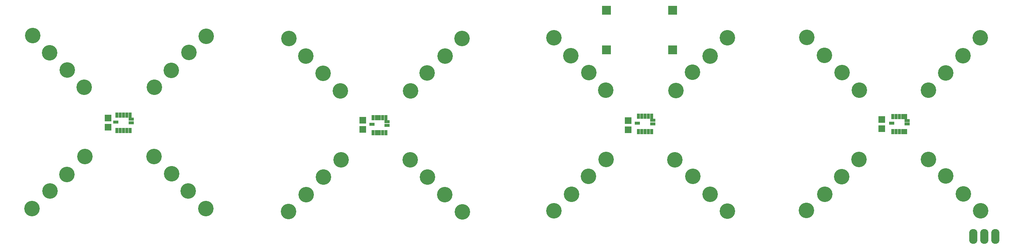
<source format=gbr>
G04 #@! TF.FileFunction,Soldermask,Bot*
%FSLAX46Y46*%
G04 Gerber Fmt 4.6, Leading zero omitted, Abs format (unit mm)*
G04 Created by KiCad (PCBNEW 4.0.6) date 05/08/17 07:22:45*
%MOMM*%
%LPD*%
G01*
G04 APERTURE LIST*
%ADD10C,0.100000*%
%ADD11O,1.924000X3.448000*%
%ADD12R,1.600000X1.600000*%
%ADD13C,2.940000*%
%ADD14C,3.575000*%
%ADD15R,0.750000X1.205000*%
%ADD16R,1.205000X0.800000*%
%ADD17R,2.000000X2.000000*%
G04 APERTURE END LIST*
D10*
D11*
X256042100Y-131099500D03*
X258582100Y-131099500D03*
X261122100Y-131099500D03*
D12*
X234985500Y-104039900D03*
X234985500Y-106139900D03*
X176540100Y-104293900D03*
X176540100Y-106393900D03*
X115395100Y-104222900D03*
X115395100Y-106322900D03*
X56769300Y-103720300D03*
X56769300Y-105820300D03*
D13*
X225707100Y-117285900D03*
D14*
X225707100Y-117285900D03*
D13*
X249703100Y-117110900D03*
D14*
X249703100Y-117110900D03*
D13*
X249700100Y-93294900D03*
D14*
X249700100Y-93294900D03*
D13*
X225779100Y-93237900D03*
D14*
X225779100Y-93237900D03*
D13*
X245730100Y-113257900D03*
D14*
X245730100Y-113257900D03*
D13*
X229670100Y-113285900D03*
D14*
X229670100Y-113285900D03*
D13*
X245697100Y-97322900D03*
D14*
X245697100Y-97322900D03*
D13*
X229771100Y-97283900D03*
D14*
X229771100Y-97283900D03*
D13*
X257755100Y-125137900D03*
D14*
X257755100Y-125137900D03*
D13*
X217629100Y-125047900D03*
D14*
X217629100Y-125047900D03*
D13*
X257669100Y-85165900D03*
D14*
X257669100Y-85165900D03*
D13*
X217680100Y-85114900D03*
D14*
X217680100Y-85114900D03*
D13*
X253761100Y-121206900D03*
D14*
X253761100Y-121206900D03*
D13*
X221799100Y-121302900D03*
D14*
X221799100Y-121302900D03*
D13*
X253667100Y-89292900D03*
D14*
X253667100Y-89292900D03*
D13*
X221779100Y-89231900D03*
D14*
X221779100Y-89231900D03*
D13*
X191385100Y-93155900D03*
D14*
X191385100Y-93155900D03*
D13*
X167376100Y-117190900D03*
D14*
X167376100Y-117190900D03*
D13*
X171471100Y-113312900D03*
D14*
X171471100Y-113312900D03*
D13*
X187502100Y-97344900D03*
D14*
X187502100Y-97344900D03*
D13*
X199393100Y-85154900D03*
D14*
X199393100Y-85154900D03*
D13*
X159426100Y-125149900D03*
D14*
X159426100Y-125149900D03*
D13*
X195380100Y-89398900D03*
D14*
X195380100Y-89398900D03*
D13*
X163489100Y-121348900D03*
D14*
X163489100Y-121348900D03*
D13*
X130325100Y-117333900D03*
D14*
X130325100Y-117333900D03*
D13*
X106321100Y-117338900D03*
D14*
X106321100Y-117338900D03*
D13*
X130194100Y-93289900D03*
D14*
X130194100Y-93289900D03*
D13*
X106259100Y-93409900D03*
D14*
X106259100Y-93409900D03*
D13*
X126306100Y-113411900D03*
D14*
X126306100Y-113411900D03*
D13*
X110398100Y-113399900D03*
D14*
X110398100Y-113399900D03*
D13*
X126394100Y-97417900D03*
D14*
X126394100Y-97417900D03*
D13*
X110263100Y-97419900D03*
D14*
X110263100Y-97419900D03*
D13*
X138327100Y-125426900D03*
D14*
X138327100Y-125426900D03*
D13*
X98266100Y-125325900D03*
D14*
X98266100Y-125325900D03*
D13*
X138258100Y-85326900D03*
D14*
X138258100Y-85326900D03*
D13*
X98363100Y-85358900D03*
D14*
X98363100Y-85358900D03*
D13*
X134288100Y-121406900D03*
D14*
X134288100Y-121406900D03*
D13*
X102400100Y-121407900D03*
D14*
X102400100Y-121407900D03*
D13*
X134339100Y-89424900D03*
D14*
X134339100Y-89424900D03*
D13*
X102272100Y-89399900D03*
D14*
X102272100Y-89399900D03*
D13*
X71401300Y-116571300D03*
D14*
X71401300Y-116571300D03*
D13*
X47261300Y-116752300D03*
D14*
X47261300Y-116752300D03*
D13*
X71290300Y-92702300D03*
D14*
X71290300Y-92702300D03*
D13*
X47340300Y-92642300D03*
D14*
X47340300Y-92642300D03*
D13*
X67356300Y-112598300D03*
D14*
X67356300Y-112598300D03*
D13*
X51364300Y-112586300D03*
D14*
X51364300Y-112586300D03*
D13*
X67405300Y-96581300D03*
D14*
X67405300Y-96581300D03*
D13*
X51258300Y-96607300D03*
D14*
X51258300Y-96607300D03*
D13*
X39364300Y-84694300D03*
D14*
X39364300Y-84694300D03*
D13*
X39245300Y-124607300D03*
D14*
X39245300Y-124607300D03*
D13*
X79242300Y-124668300D03*
D14*
X79242300Y-124668300D03*
D13*
X79359300Y-84818300D03*
D14*
X79359300Y-84818300D03*
D13*
X43241300Y-88630300D03*
D14*
X43241300Y-88630300D03*
D13*
X43386300Y-120553300D03*
D14*
X43386300Y-120553300D03*
D13*
X75205300Y-120580300D03*
D14*
X75205300Y-120580300D03*
D13*
X75370300Y-88548300D03*
D14*
X75370300Y-88548300D03*
D15*
X237498700Y-103342800D03*
X238248700Y-103342800D03*
X238998700Y-103342800D03*
X239748700Y-103342800D03*
X240498700Y-103342800D03*
D16*
X240771200Y-104315300D03*
D15*
X240498700Y-106887800D03*
X239748700Y-106887800D03*
X238998700Y-106887800D03*
X238248700Y-106887800D03*
X237498700Y-106887800D03*
D16*
X237226200Y-104940300D03*
X240771200Y-105115300D03*
D15*
X178926300Y-103292000D03*
X179676300Y-103292000D03*
X180426300Y-103292000D03*
X181176300Y-103292000D03*
X181926300Y-103292000D03*
D16*
X182198800Y-104264500D03*
D15*
X181926300Y-106837000D03*
X181176300Y-106837000D03*
X180426300Y-106837000D03*
X179676300Y-106837000D03*
X178926300Y-106837000D03*
D16*
X178653800Y-104889500D03*
X182198800Y-105064500D03*
D15*
X117755900Y-103602000D03*
X118505900Y-103602000D03*
X119255900Y-103602000D03*
X120005900Y-103602000D03*
X120755900Y-103602000D03*
D16*
X121028400Y-104574500D03*
D15*
X120755900Y-107147000D03*
X120005900Y-107147000D03*
X119255900Y-107147000D03*
X118505900Y-107147000D03*
X117755900Y-107147000D03*
D16*
X117483400Y-105199500D03*
X121028400Y-105374500D03*
D15*
X58799900Y-103023200D03*
X59549900Y-103023200D03*
X60299900Y-103023200D03*
X61049900Y-103023200D03*
X61799900Y-103023200D03*
D16*
X62072400Y-103995700D03*
D15*
X61799900Y-106568200D03*
X61049900Y-106568200D03*
X60299900Y-106568200D03*
X59549900Y-106568200D03*
X58799900Y-106568200D03*
D16*
X58527400Y-104620700D03*
X62072400Y-104795700D03*
D13*
X187325100Y-113335900D03*
D14*
X187325100Y-113335900D03*
D13*
X171340500Y-97318500D03*
D14*
X171340500Y-97318500D03*
D13*
X167453500Y-93243700D03*
D14*
X167453500Y-93243700D03*
D13*
X191409300Y-117206700D03*
D14*
X191409300Y-117206700D03*
D13*
X199416300Y-125216700D03*
D14*
X199416300Y-125216700D03*
D13*
X159447500Y-85198300D03*
D14*
X159447500Y-85198300D03*
D13*
X163367300Y-89364100D03*
D14*
X163367300Y-89364100D03*
D13*
X195379300Y-121331900D03*
D14*
X195379300Y-121331900D03*
D17*
X186752100Y-87964900D03*
X186752100Y-78820900D03*
X171512100Y-78820900D03*
X171512100Y-87964900D03*
M02*

</source>
